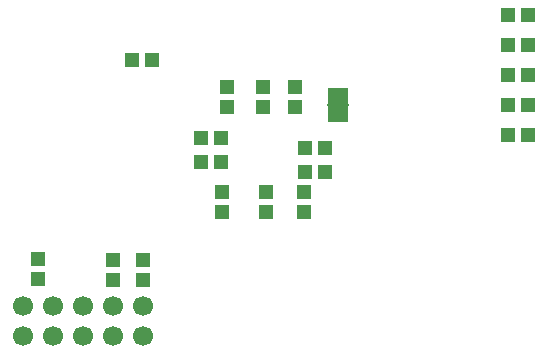
<source format=gbs>
G04 DipTrace 3.3.1.1*
G04 BottomMask.gbs*
%MOIN*%
G04 #@! TF.FileFunction,Soldermask,Bot*
G04 #@! TF.Part,Single*
%ADD68C,0.066929*%
%ADD96R,0.070874X0.053874*%
%ADD104R,0.051181X0.047244*%
%ADD106R,0.047244X0.051181*%
%FSLAX26Y26*%
G04*
G70*
G90*
G75*
G01*
G04 BotMask*
%LPD*%
D68*
X456201Y596825D3*
X556201D3*
X456201Y496825D3*
X656201D3*
X756201D3*
Y596825D3*
X856201D3*
X556201Y496825D3*
X856201D3*
X656201Y596825D3*
D104*
X1047736Y1078076D3*
X1114665D3*
D106*
X1265576Y910236D3*
Y977165D3*
D104*
X1461541Y1124950D3*
X1394612D3*
D106*
X1256201Y1327165D3*
Y1260236D3*
D104*
X1047736Y1159325D3*
X1114665D3*
D106*
X1118701Y910236D3*
Y977165D3*
X1393701Y910236D3*
Y977165D3*
D104*
X1461541Y1043701D3*
X1394612D3*
D106*
X1362450Y1327165D3*
Y1260236D3*
X1137450Y1327165D3*
Y1260236D3*
D104*
X2139665Y1468701D3*
X2072736D3*
X2139665Y1368701D3*
X2072736D3*
X2139665Y1268701D3*
X2072736D3*
X2139665Y1568701D3*
X2072736D3*
X2139665Y1168701D3*
X2072736D3*
D106*
X818701Y1418701D3*
X885630D3*
G36*
X1542201Y1271704D2*
X1470201D1*
Y1265698D1*
X1542201D1*
Y1271704D1*
G37*
D96*
X1506201Y1298701D3*
Y1238701D3*
D104*
X506201Y756201D3*
Y689272D3*
X756201Y752165D3*
Y685236D3*
X856201Y752165D3*
Y685236D3*
M02*

</source>
